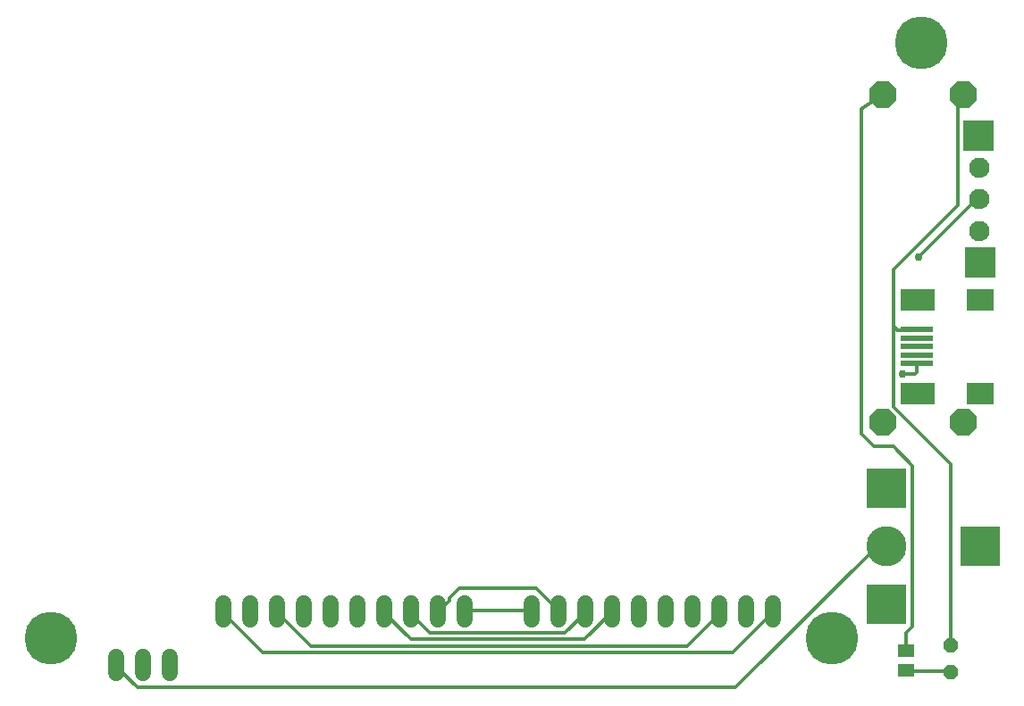
<source format=gbr>
G04 EAGLE Gerber RS-274X export*
G75*
%MOMM*%
%FSLAX34Y34*%
%LPD*%
%AMOC8*
5,1,8,0,0,1.08239X$1,22.5*%
G01*
%ADD10R,2.500000X2.000000*%
%ADD11R,3.300000X2.000000*%
%ADD12R,3.100000X0.500000*%
%ADD13C,1.524000*%
%ADD14P,2.749271X8X22.500000*%
%ADD15R,1.600000X1.300000*%
%ADD16P,1.429621X8X112.500000*%
%ADD17C,1.930400*%
%ADD18R,3.000000X3.000000*%
%ADD19C,3.810000*%
%ADD20R,3.810000X3.810000*%
%ADD21C,0.304800*%
%ADD22C,5.000000*%
%ADD23C,0.756400*%


D10*
X920754Y386318D03*
X920754Y297318D03*
D11*
X861754Y386318D03*
X861754Y297318D03*
D12*
X860754Y325818D03*
X860754Y333818D03*
X860754Y341818D03*
X860754Y349818D03*
X860754Y357818D03*
D13*
X203200Y97790D02*
X203200Y82550D01*
X228600Y82550D02*
X228600Y97790D01*
X254000Y97790D02*
X254000Y82550D01*
X279400Y82550D02*
X279400Y97790D01*
X304800Y97790D02*
X304800Y82550D01*
X330200Y82550D02*
X330200Y97790D01*
X355600Y97790D02*
X355600Y82550D01*
X381000Y82550D02*
X381000Y97790D01*
X406400Y97790D02*
X406400Y82550D01*
X431800Y82550D02*
X431800Y97790D01*
X101600Y46990D02*
X101600Y31750D01*
X127000Y31750D02*
X127000Y46990D01*
X152400Y46990D02*
X152400Y31750D01*
D14*
X828040Y581152D03*
X904240Y581152D03*
X828040Y269748D03*
X904240Y269748D03*
D13*
X723900Y97790D02*
X723900Y82550D01*
X698500Y82550D02*
X698500Y97790D01*
X673100Y97790D02*
X673100Y82550D01*
X647700Y82550D02*
X647700Y97790D01*
X622300Y97790D02*
X622300Y82550D01*
X596900Y82550D02*
X596900Y97790D01*
X571500Y97790D02*
X571500Y82550D01*
X546100Y82550D02*
X546100Y97790D01*
X520700Y97790D02*
X520700Y82550D01*
X495300Y82550D02*
X495300Y97790D01*
D15*
X850392Y34696D03*
X850392Y53696D03*
D16*
X893064Y33020D03*
X893064Y58420D03*
D17*
X919480Y451584D03*
X919480Y511584D03*
X919640Y481584D03*
D18*
X920496Y421584D03*
X918972Y541584D03*
D19*
X831596Y152400D03*
D20*
X831596Y97400D03*
X831596Y207400D03*
X920496Y152400D03*
D21*
X893064Y229870D02*
X893064Y58420D01*
X893064Y229870D02*
X838200Y284734D01*
X838200Y361442D01*
X842264Y357632D02*
X860655Y357632D01*
X860754Y357818D01*
X899160Y475488D02*
X899160Y579120D01*
X899160Y475488D02*
X838200Y414528D01*
X838200Y361950D01*
X838327Y361569D02*
X842264Y357632D01*
X899160Y579120D02*
X904240Y581152D01*
X838708Y361950D02*
X838200Y361950D01*
X838454Y361696D02*
X838708Y361950D01*
X838454Y361696D02*
X838327Y361569D01*
X838200Y361442D01*
X121920Y18288D02*
X103632Y36576D01*
X121920Y18288D02*
X688848Y18288D01*
X822960Y152400D01*
X831596Y152400D01*
X103632Y36576D02*
X101600Y39370D01*
D22*
X865000Y630000D03*
X40000Y65000D03*
X780000Y65000D03*
D21*
X493776Y91440D02*
X432816Y91440D01*
X431800Y90170D01*
X493776Y91440D02*
X495300Y90170D01*
X417576Y100584D02*
X408432Y91440D01*
X417576Y100584D02*
X417576Y103632D01*
X426720Y112776D01*
X499872Y112776D01*
X521208Y91440D01*
X408432Y91440D02*
X406400Y90170D01*
X520700Y90170D02*
X521208Y91440D01*
X399288Y70104D02*
X381000Y88392D01*
X399288Y70104D02*
X527304Y70104D01*
X545592Y88392D01*
X381000Y88392D02*
X381000Y90170D01*
X545592Y88392D02*
X546100Y90170D01*
X381000Y64008D02*
X356616Y88392D01*
X381000Y64008D02*
X545592Y64008D01*
X569976Y88392D01*
X356616Y88392D02*
X355600Y90170D01*
X569976Y88392D02*
X571500Y90170D01*
X240792Y51816D02*
X204216Y88392D01*
X240792Y51816D02*
X685800Y51816D01*
X722376Y88392D01*
X204216Y88392D02*
X203200Y90170D01*
X722376Y88392D02*
X723900Y90170D01*
X286512Y57912D02*
X256032Y88392D01*
X286512Y57912D02*
X643128Y57912D01*
X673608Y88392D01*
X256032Y88392D02*
X254000Y90170D01*
X673100Y90170D02*
X673608Y88392D01*
X847090Y315722D02*
X858786Y315722D01*
X862584Y426720D02*
X917448Y481584D01*
X919640Y481584D01*
D23*
X847090Y315722D03*
X862584Y426720D03*
D21*
X860754Y317690D02*
X858786Y315722D01*
X860754Y317690D02*
X860754Y325818D01*
X850392Y70104D02*
X850392Y53696D01*
X850392Y70104D02*
X856488Y76200D01*
X856488Y228600D01*
X838200Y246888D01*
X819912Y246888D01*
X807720Y259080D01*
X807720Y566928D01*
X828040Y581152D01*
X850392Y33528D02*
X893064Y33528D01*
X850392Y33528D02*
X850392Y34696D01*
X893064Y33528D02*
X893064Y33020D01*
M02*

</source>
